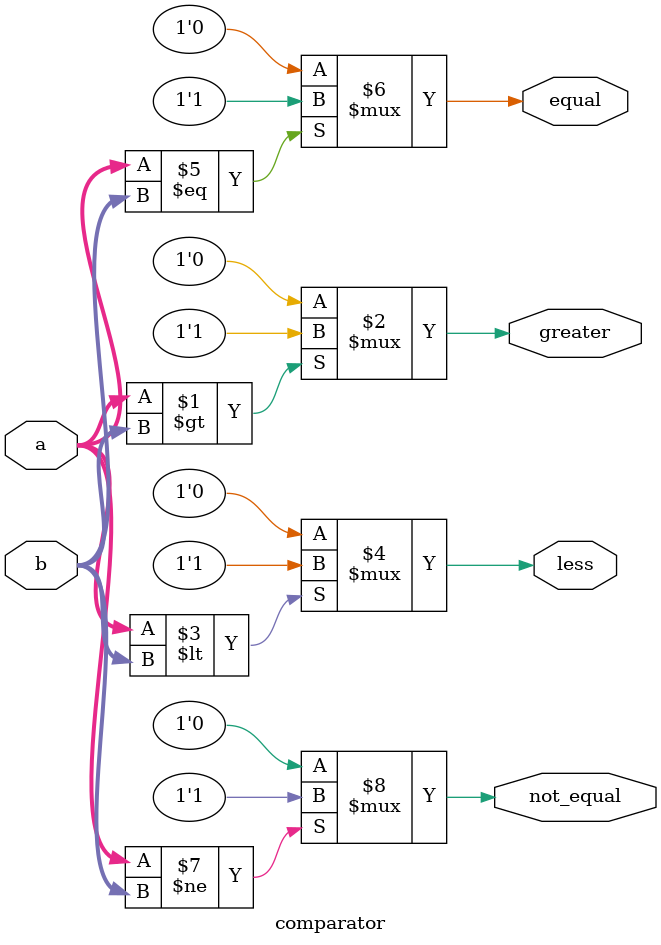
<source format=v>
module comparator(input [3:0]a,b,output greater,less,equal,not_equal);
assign greater=(a>b)?1'b1:1'b0;
assign less=(a<b)?1'b1:1'b0;
assign equal=(a==b)?1'b1:1'b0;
assign not_equal=(a!=b)?1'b1:1'b0;
endmodule
</source>
